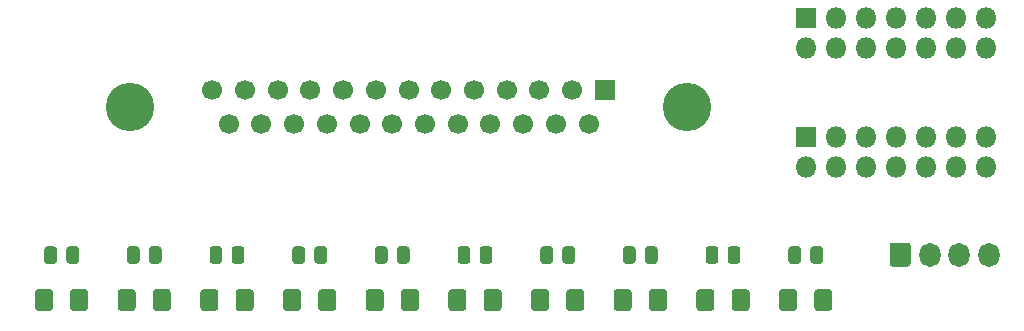
<source format=gbr>
%TF.GenerationSoftware,KiCad,Pcbnew,5.1.6-c6e7f7d~87~ubuntu20.04.1*%
%TF.CreationDate,2022-06-05T21:48:19+02:00*%
%TF.ProjectId,interface_up_left_side_arm,696e7465-7266-4616-9365-5f75705f6c65,rev?*%
%TF.SameCoordinates,PX770d850PY55ca120*%
%TF.FileFunction,Soldermask,Top*%
%TF.FilePolarity,Negative*%
%FSLAX46Y46*%
G04 Gerber Fmt 4.6, Leading zero omitted, Abs format (unit mm)*
G04 Created by KiCad (PCBNEW 5.1.6-c6e7f7d~87~ubuntu20.04.1) date 2022-06-05 21:48:19*
%MOMM*%
%LPD*%
G01*
G04 APERTURE LIST*
%ADD10R,1.700000X1.700000*%
%ADD11C,1.700000*%
%ADD12C,4.100000*%
%ADD13R,1.800000X1.800000*%
%ADD14O,1.800000X1.800000*%
%ADD15O,1.800000X2.050000*%
G04 APERTURE END LIST*
D10*
%TO.C,J1*%
X50164080Y20858440D03*
D11*
X47394080Y20858440D03*
X44624080Y20858440D03*
X41854080Y20858440D03*
X39084080Y20858440D03*
X36314080Y20858440D03*
X33544080Y20858440D03*
X30774080Y20858440D03*
X28004080Y20858440D03*
X25234080Y20858440D03*
X22464080Y20858440D03*
X19694080Y20858440D03*
X16924080Y20858440D03*
X48779080Y18018440D03*
X46009080Y18018440D03*
X43239080Y18018440D03*
X40469080Y18018440D03*
X37699080Y18018440D03*
X34929080Y18018440D03*
X32159080Y18018440D03*
X29389080Y18018440D03*
X26619080Y18018440D03*
X23849080Y18018440D03*
X21079080Y18018440D03*
X18309080Y18018440D03*
D12*
X9994080Y19438440D03*
X57094080Y19438440D03*
%TD*%
D13*
%TO.C,J2*%
X67164080Y16956640D03*
D14*
X67164080Y14416640D03*
X69704080Y16956640D03*
X69704080Y14416640D03*
X72244080Y16956640D03*
X72244080Y14416640D03*
X74784080Y16956640D03*
X74784080Y14416640D03*
X77324080Y16956640D03*
X77324080Y14416640D03*
X79864080Y16956640D03*
X79864080Y14416640D03*
X82404080Y16956640D03*
X82404080Y14416640D03*
%TD*%
%TO.C,J3*%
X82404080Y24416640D03*
X82404080Y26956640D03*
X79864080Y24416640D03*
X79864080Y26956640D03*
X77324080Y24416640D03*
X77324080Y26956640D03*
X74784080Y24416640D03*
X74784080Y26956640D03*
X72244080Y24416640D03*
X72244080Y26956640D03*
X69704080Y24416640D03*
X69704080Y26956640D03*
X67164080Y24416640D03*
D13*
X67164080Y26956640D03*
%TD*%
%TO.C,J4*%
G36*
G01*
X74264080Y6196346D02*
X74264080Y7716934D01*
G75*
G02*
X74528786Y7981640I264706J0D01*
G01*
X75799374Y7981640D01*
G75*
G02*
X76064080Y7716934I0J-264706D01*
G01*
X76064080Y6196346D01*
G75*
G02*
X75799374Y5931640I-264706J0D01*
G01*
X74528786Y5931640D01*
G75*
G02*
X74264080Y6196346I0J264706D01*
G01*
G37*
D15*
X77664080Y6956640D03*
X80164080Y6956640D03*
X82664080Y6956640D03*
%TD*%
%TO.C,D1*%
G36*
G01*
X4889080Y2451484D02*
X4889080Y3766396D01*
G75*
G02*
X5156624Y4033940I267544J0D01*
G01*
X6146536Y4033940D01*
G75*
G02*
X6414080Y3766396I0J-267544D01*
G01*
X6414080Y2451484D01*
G75*
G02*
X6146536Y2183940I-267544J0D01*
G01*
X5156624Y2183940D01*
G75*
G02*
X4889080Y2451484I0J267544D01*
G01*
G37*
G36*
G01*
X1914080Y2451484D02*
X1914080Y3766396D01*
G75*
G02*
X2181624Y4033940I267544J0D01*
G01*
X3171536Y4033940D01*
G75*
G02*
X3439080Y3766396I0J-267544D01*
G01*
X3439080Y2451484D01*
G75*
G02*
X3171536Y2183940I-267544J0D01*
G01*
X2181624Y2183940D01*
G75*
G02*
X1914080Y2451484I0J267544D01*
G01*
G37*
%TD*%
%TO.C,D2*%
G36*
G01*
X11889080Y2451484D02*
X11889080Y3766396D01*
G75*
G02*
X12156624Y4033940I267544J0D01*
G01*
X13146536Y4033940D01*
G75*
G02*
X13414080Y3766396I0J-267544D01*
G01*
X13414080Y2451484D01*
G75*
G02*
X13146536Y2183940I-267544J0D01*
G01*
X12156624Y2183940D01*
G75*
G02*
X11889080Y2451484I0J267544D01*
G01*
G37*
G36*
G01*
X8914080Y2451484D02*
X8914080Y3766396D01*
G75*
G02*
X9181624Y4033940I267544J0D01*
G01*
X10171536Y4033940D01*
G75*
G02*
X10439080Y3766396I0J-267544D01*
G01*
X10439080Y2451484D01*
G75*
G02*
X10171536Y2183940I-267544J0D01*
G01*
X9181624Y2183940D01*
G75*
G02*
X8914080Y2451484I0J267544D01*
G01*
G37*
%TD*%
%TO.C,D3*%
G36*
G01*
X18889080Y2451484D02*
X18889080Y3766396D01*
G75*
G02*
X19156624Y4033940I267544J0D01*
G01*
X20146536Y4033940D01*
G75*
G02*
X20414080Y3766396I0J-267544D01*
G01*
X20414080Y2451484D01*
G75*
G02*
X20146536Y2183940I-267544J0D01*
G01*
X19156624Y2183940D01*
G75*
G02*
X18889080Y2451484I0J267544D01*
G01*
G37*
G36*
G01*
X15914080Y2451484D02*
X15914080Y3766396D01*
G75*
G02*
X16181624Y4033940I267544J0D01*
G01*
X17171536Y4033940D01*
G75*
G02*
X17439080Y3766396I0J-267544D01*
G01*
X17439080Y2451484D01*
G75*
G02*
X17171536Y2183940I-267544J0D01*
G01*
X16181624Y2183940D01*
G75*
G02*
X15914080Y2451484I0J267544D01*
G01*
G37*
%TD*%
%TO.C,D4*%
G36*
G01*
X22914080Y2451484D02*
X22914080Y3766396D01*
G75*
G02*
X23181624Y4033940I267544J0D01*
G01*
X24171536Y4033940D01*
G75*
G02*
X24439080Y3766396I0J-267544D01*
G01*
X24439080Y2451484D01*
G75*
G02*
X24171536Y2183940I-267544J0D01*
G01*
X23181624Y2183940D01*
G75*
G02*
X22914080Y2451484I0J267544D01*
G01*
G37*
G36*
G01*
X25889080Y2451484D02*
X25889080Y3766396D01*
G75*
G02*
X26156624Y4033940I267544J0D01*
G01*
X27146536Y4033940D01*
G75*
G02*
X27414080Y3766396I0J-267544D01*
G01*
X27414080Y2451484D01*
G75*
G02*
X27146536Y2183940I-267544J0D01*
G01*
X26156624Y2183940D01*
G75*
G02*
X25889080Y2451484I0J267544D01*
G01*
G37*
%TD*%
%TO.C,D5*%
G36*
G01*
X29914080Y2451484D02*
X29914080Y3766396D01*
G75*
G02*
X30181624Y4033940I267544J0D01*
G01*
X31171536Y4033940D01*
G75*
G02*
X31439080Y3766396I0J-267544D01*
G01*
X31439080Y2451484D01*
G75*
G02*
X31171536Y2183940I-267544J0D01*
G01*
X30181624Y2183940D01*
G75*
G02*
X29914080Y2451484I0J267544D01*
G01*
G37*
G36*
G01*
X32889080Y2451484D02*
X32889080Y3766396D01*
G75*
G02*
X33156624Y4033940I267544J0D01*
G01*
X34146536Y4033940D01*
G75*
G02*
X34414080Y3766396I0J-267544D01*
G01*
X34414080Y2451484D01*
G75*
G02*
X34146536Y2183940I-267544J0D01*
G01*
X33156624Y2183940D01*
G75*
G02*
X32889080Y2451484I0J267544D01*
G01*
G37*
%TD*%
%TO.C,D6*%
G36*
G01*
X39889080Y2451484D02*
X39889080Y3766396D01*
G75*
G02*
X40156624Y4033940I267544J0D01*
G01*
X41146536Y4033940D01*
G75*
G02*
X41414080Y3766396I0J-267544D01*
G01*
X41414080Y2451484D01*
G75*
G02*
X41146536Y2183940I-267544J0D01*
G01*
X40156624Y2183940D01*
G75*
G02*
X39889080Y2451484I0J267544D01*
G01*
G37*
G36*
G01*
X36914080Y2451484D02*
X36914080Y3766396D01*
G75*
G02*
X37181624Y4033940I267544J0D01*
G01*
X38171536Y4033940D01*
G75*
G02*
X38439080Y3766396I0J-267544D01*
G01*
X38439080Y2451484D01*
G75*
G02*
X38171536Y2183940I-267544J0D01*
G01*
X37181624Y2183940D01*
G75*
G02*
X36914080Y2451484I0J267544D01*
G01*
G37*
%TD*%
%TO.C,D7*%
G36*
G01*
X43914080Y2451484D02*
X43914080Y3766396D01*
G75*
G02*
X44181624Y4033940I267544J0D01*
G01*
X45171536Y4033940D01*
G75*
G02*
X45439080Y3766396I0J-267544D01*
G01*
X45439080Y2451484D01*
G75*
G02*
X45171536Y2183940I-267544J0D01*
G01*
X44181624Y2183940D01*
G75*
G02*
X43914080Y2451484I0J267544D01*
G01*
G37*
G36*
G01*
X46889080Y2451484D02*
X46889080Y3766396D01*
G75*
G02*
X47156624Y4033940I267544J0D01*
G01*
X48146536Y4033940D01*
G75*
G02*
X48414080Y3766396I0J-267544D01*
G01*
X48414080Y2451484D01*
G75*
G02*
X48146536Y2183940I-267544J0D01*
G01*
X47156624Y2183940D01*
G75*
G02*
X46889080Y2451484I0J267544D01*
G01*
G37*
%TD*%
%TO.C,D8*%
G36*
G01*
X50914080Y2451484D02*
X50914080Y3766396D01*
G75*
G02*
X51181624Y4033940I267544J0D01*
G01*
X52171536Y4033940D01*
G75*
G02*
X52439080Y3766396I0J-267544D01*
G01*
X52439080Y2451484D01*
G75*
G02*
X52171536Y2183940I-267544J0D01*
G01*
X51181624Y2183940D01*
G75*
G02*
X50914080Y2451484I0J267544D01*
G01*
G37*
G36*
G01*
X53889080Y2451484D02*
X53889080Y3766396D01*
G75*
G02*
X54156624Y4033940I267544J0D01*
G01*
X55146536Y4033940D01*
G75*
G02*
X55414080Y3766396I0J-267544D01*
G01*
X55414080Y2451484D01*
G75*
G02*
X55146536Y2183940I-267544J0D01*
G01*
X54156624Y2183940D01*
G75*
G02*
X53889080Y2451484I0J267544D01*
G01*
G37*
%TD*%
%TO.C,D9*%
G36*
G01*
X60889080Y2451484D02*
X60889080Y3766396D01*
G75*
G02*
X61156624Y4033940I267544J0D01*
G01*
X62146536Y4033940D01*
G75*
G02*
X62414080Y3766396I0J-267544D01*
G01*
X62414080Y2451484D01*
G75*
G02*
X62146536Y2183940I-267544J0D01*
G01*
X61156624Y2183940D01*
G75*
G02*
X60889080Y2451484I0J267544D01*
G01*
G37*
G36*
G01*
X57914080Y2451484D02*
X57914080Y3766396D01*
G75*
G02*
X58181624Y4033940I267544J0D01*
G01*
X59171536Y4033940D01*
G75*
G02*
X59439080Y3766396I0J-267544D01*
G01*
X59439080Y2451484D01*
G75*
G02*
X59171536Y2183940I-267544J0D01*
G01*
X58181624Y2183940D01*
G75*
G02*
X57914080Y2451484I0J267544D01*
G01*
G37*
%TD*%
%TO.C,D10*%
G36*
G01*
X64914080Y2451484D02*
X64914080Y3766396D01*
G75*
G02*
X65181624Y4033940I267544J0D01*
G01*
X66171536Y4033940D01*
G75*
G02*
X66439080Y3766396I0J-267544D01*
G01*
X66439080Y2451484D01*
G75*
G02*
X66171536Y2183940I-267544J0D01*
G01*
X65181624Y2183940D01*
G75*
G02*
X64914080Y2451484I0J267544D01*
G01*
G37*
G36*
G01*
X67889080Y2451484D02*
X67889080Y3766396D01*
G75*
G02*
X68156624Y4033940I267544J0D01*
G01*
X69146536Y4033940D01*
G75*
G02*
X69414080Y3766396I0J-267544D01*
G01*
X69414080Y2451484D01*
G75*
G02*
X69146536Y2183940I-267544J0D01*
G01*
X68156624Y2183940D01*
G75*
G02*
X67889080Y2451484I0J267544D01*
G01*
G37*
%TD*%
%TO.C,R1*%
G36*
G01*
X2689080Y6441490D02*
X2689080Y7403990D01*
G75*
G02*
X2957830Y7672740I268750J0D01*
G01*
X3495330Y7672740D01*
G75*
G02*
X3764080Y7403990I0J-268750D01*
G01*
X3764080Y6441490D01*
G75*
G02*
X3495330Y6172740I-268750J0D01*
G01*
X2957830Y6172740D01*
G75*
G02*
X2689080Y6441490I0J268750D01*
G01*
G37*
G36*
G01*
X4564080Y6441490D02*
X4564080Y7403990D01*
G75*
G02*
X4832830Y7672740I268750J0D01*
G01*
X5370330Y7672740D01*
G75*
G02*
X5639080Y7403990I0J-268750D01*
G01*
X5639080Y6441490D01*
G75*
G02*
X5370330Y6172740I-268750J0D01*
G01*
X4832830Y6172740D01*
G75*
G02*
X4564080Y6441490I0J268750D01*
G01*
G37*
%TD*%
%TO.C,R2*%
G36*
G01*
X11564080Y6441490D02*
X11564080Y7403990D01*
G75*
G02*
X11832830Y7672740I268750J0D01*
G01*
X12370330Y7672740D01*
G75*
G02*
X12639080Y7403990I0J-268750D01*
G01*
X12639080Y6441490D01*
G75*
G02*
X12370330Y6172740I-268750J0D01*
G01*
X11832830Y6172740D01*
G75*
G02*
X11564080Y6441490I0J268750D01*
G01*
G37*
G36*
G01*
X9689080Y6441490D02*
X9689080Y7403990D01*
G75*
G02*
X9957830Y7672740I268750J0D01*
G01*
X10495330Y7672740D01*
G75*
G02*
X10764080Y7403990I0J-268750D01*
G01*
X10764080Y6441490D01*
G75*
G02*
X10495330Y6172740I-268750J0D01*
G01*
X9957830Y6172740D01*
G75*
G02*
X9689080Y6441490I0J268750D01*
G01*
G37*
%TD*%
%TO.C,R3*%
G36*
G01*
X18564080Y6441490D02*
X18564080Y7403990D01*
G75*
G02*
X18832830Y7672740I268750J0D01*
G01*
X19370330Y7672740D01*
G75*
G02*
X19639080Y7403990I0J-268750D01*
G01*
X19639080Y6441490D01*
G75*
G02*
X19370330Y6172740I-268750J0D01*
G01*
X18832830Y6172740D01*
G75*
G02*
X18564080Y6441490I0J268750D01*
G01*
G37*
G36*
G01*
X16689080Y6441490D02*
X16689080Y7403990D01*
G75*
G02*
X16957830Y7672740I268750J0D01*
G01*
X17495330Y7672740D01*
G75*
G02*
X17764080Y7403990I0J-268750D01*
G01*
X17764080Y6441490D01*
G75*
G02*
X17495330Y6172740I-268750J0D01*
G01*
X16957830Y6172740D01*
G75*
G02*
X16689080Y6441490I0J268750D01*
G01*
G37*
%TD*%
%TO.C,R4*%
G36*
G01*
X23689080Y6441490D02*
X23689080Y7403990D01*
G75*
G02*
X23957830Y7672740I268750J0D01*
G01*
X24495330Y7672740D01*
G75*
G02*
X24764080Y7403990I0J-268750D01*
G01*
X24764080Y6441490D01*
G75*
G02*
X24495330Y6172740I-268750J0D01*
G01*
X23957830Y6172740D01*
G75*
G02*
X23689080Y6441490I0J268750D01*
G01*
G37*
G36*
G01*
X25564080Y6441490D02*
X25564080Y7403990D01*
G75*
G02*
X25832830Y7672740I268750J0D01*
G01*
X26370330Y7672740D01*
G75*
G02*
X26639080Y7403990I0J-268750D01*
G01*
X26639080Y6441490D01*
G75*
G02*
X26370330Y6172740I-268750J0D01*
G01*
X25832830Y6172740D01*
G75*
G02*
X25564080Y6441490I0J268750D01*
G01*
G37*
%TD*%
%TO.C,R5*%
G36*
G01*
X30689080Y6441490D02*
X30689080Y7403990D01*
G75*
G02*
X30957830Y7672740I268750J0D01*
G01*
X31495330Y7672740D01*
G75*
G02*
X31764080Y7403990I0J-268750D01*
G01*
X31764080Y6441490D01*
G75*
G02*
X31495330Y6172740I-268750J0D01*
G01*
X30957830Y6172740D01*
G75*
G02*
X30689080Y6441490I0J268750D01*
G01*
G37*
G36*
G01*
X32564080Y6441490D02*
X32564080Y7403990D01*
G75*
G02*
X32832830Y7672740I268750J0D01*
G01*
X33370330Y7672740D01*
G75*
G02*
X33639080Y7403990I0J-268750D01*
G01*
X33639080Y6441490D01*
G75*
G02*
X33370330Y6172740I-268750J0D01*
G01*
X32832830Y6172740D01*
G75*
G02*
X32564080Y6441490I0J268750D01*
G01*
G37*
%TD*%
%TO.C,R6*%
G36*
G01*
X39564080Y6441490D02*
X39564080Y7403990D01*
G75*
G02*
X39832830Y7672740I268750J0D01*
G01*
X40370330Y7672740D01*
G75*
G02*
X40639080Y7403990I0J-268750D01*
G01*
X40639080Y6441490D01*
G75*
G02*
X40370330Y6172740I-268750J0D01*
G01*
X39832830Y6172740D01*
G75*
G02*
X39564080Y6441490I0J268750D01*
G01*
G37*
G36*
G01*
X37689080Y6441490D02*
X37689080Y7403990D01*
G75*
G02*
X37957830Y7672740I268750J0D01*
G01*
X38495330Y7672740D01*
G75*
G02*
X38764080Y7403990I0J-268750D01*
G01*
X38764080Y6441490D01*
G75*
G02*
X38495330Y6172740I-268750J0D01*
G01*
X37957830Y6172740D01*
G75*
G02*
X37689080Y6441490I0J268750D01*
G01*
G37*
%TD*%
%TO.C,R7*%
G36*
G01*
X44689080Y6441490D02*
X44689080Y7403990D01*
G75*
G02*
X44957830Y7672740I268750J0D01*
G01*
X45495330Y7672740D01*
G75*
G02*
X45764080Y7403990I0J-268750D01*
G01*
X45764080Y6441490D01*
G75*
G02*
X45495330Y6172740I-268750J0D01*
G01*
X44957830Y6172740D01*
G75*
G02*
X44689080Y6441490I0J268750D01*
G01*
G37*
G36*
G01*
X46564080Y6441490D02*
X46564080Y7403990D01*
G75*
G02*
X46832830Y7672740I268750J0D01*
G01*
X47370330Y7672740D01*
G75*
G02*
X47639080Y7403990I0J-268750D01*
G01*
X47639080Y6441490D01*
G75*
G02*
X47370330Y6172740I-268750J0D01*
G01*
X46832830Y6172740D01*
G75*
G02*
X46564080Y6441490I0J268750D01*
G01*
G37*
%TD*%
%TO.C,R8*%
G36*
G01*
X53564080Y6441490D02*
X53564080Y7403990D01*
G75*
G02*
X53832830Y7672740I268750J0D01*
G01*
X54370330Y7672740D01*
G75*
G02*
X54639080Y7403990I0J-268750D01*
G01*
X54639080Y6441490D01*
G75*
G02*
X54370330Y6172740I-268750J0D01*
G01*
X53832830Y6172740D01*
G75*
G02*
X53564080Y6441490I0J268750D01*
G01*
G37*
G36*
G01*
X51689080Y6441490D02*
X51689080Y7403990D01*
G75*
G02*
X51957830Y7672740I268750J0D01*
G01*
X52495330Y7672740D01*
G75*
G02*
X52764080Y7403990I0J-268750D01*
G01*
X52764080Y6441490D01*
G75*
G02*
X52495330Y6172740I-268750J0D01*
G01*
X51957830Y6172740D01*
G75*
G02*
X51689080Y6441490I0J268750D01*
G01*
G37*
%TD*%
%TO.C,R9*%
G36*
G01*
X58689080Y6441490D02*
X58689080Y7403990D01*
G75*
G02*
X58957830Y7672740I268750J0D01*
G01*
X59495330Y7672740D01*
G75*
G02*
X59764080Y7403990I0J-268750D01*
G01*
X59764080Y6441490D01*
G75*
G02*
X59495330Y6172740I-268750J0D01*
G01*
X58957830Y6172740D01*
G75*
G02*
X58689080Y6441490I0J268750D01*
G01*
G37*
G36*
G01*
X60564080Y6441490D02*
X60564080Y7403990D01*
G75*
G02*
X60832830Y7672740I268750J0D01*
G01*
X61370330Y7672740D01*
G75*
G02*
X61639080Y7403990I0J-268750D01*
G01*
X61639080Y6441490D01*
G75*
G02*
X61370330Y6172740I-268750J0D01*
G01*
X60832830Y6172740D01*
G75*
G02*
X60564080Y6441490I0J268750D01*
G01*
G37*
%TD*%
%TO.C,R10*%
G36*
G01*
X67564080Y6441490D02*
X67564080Y7403990D01*
G75*
G02*
X67832830Y7672740I268750J0D01*
G01*
X68370330Y7672740D01*
G75*
G02*
X68639080Y7403990I0J-268750D01*
G01*
X68639080Y6441490D01*
G75*
G02*
X68370330Y6172740I-268750J0D01*
G01*
X67832830Y6172740D01*
G75*
G02*
X67564080Y6441490I0J268750D01*
G01*
G37*
G36*
G01*
X65689080Y6441490D02*
X65689080Y7403990D01*
G75*
G02*
X65957830Y7672740I268750J0D01*
G01*
X66495330Y7672740D01*
G75*
G02*
X66764080Y7403990I0J-268750D01*
G01*
X66764080Y6441490D01*
G75*
G02*
X66495330Y6172740I-268750J0D01*
G01*
X65957830Y6172740D01*
G75*
G02*
X65689080Y6441490I0J268750D01*
G01*
G37*
%TD*%
M02*

</source>
